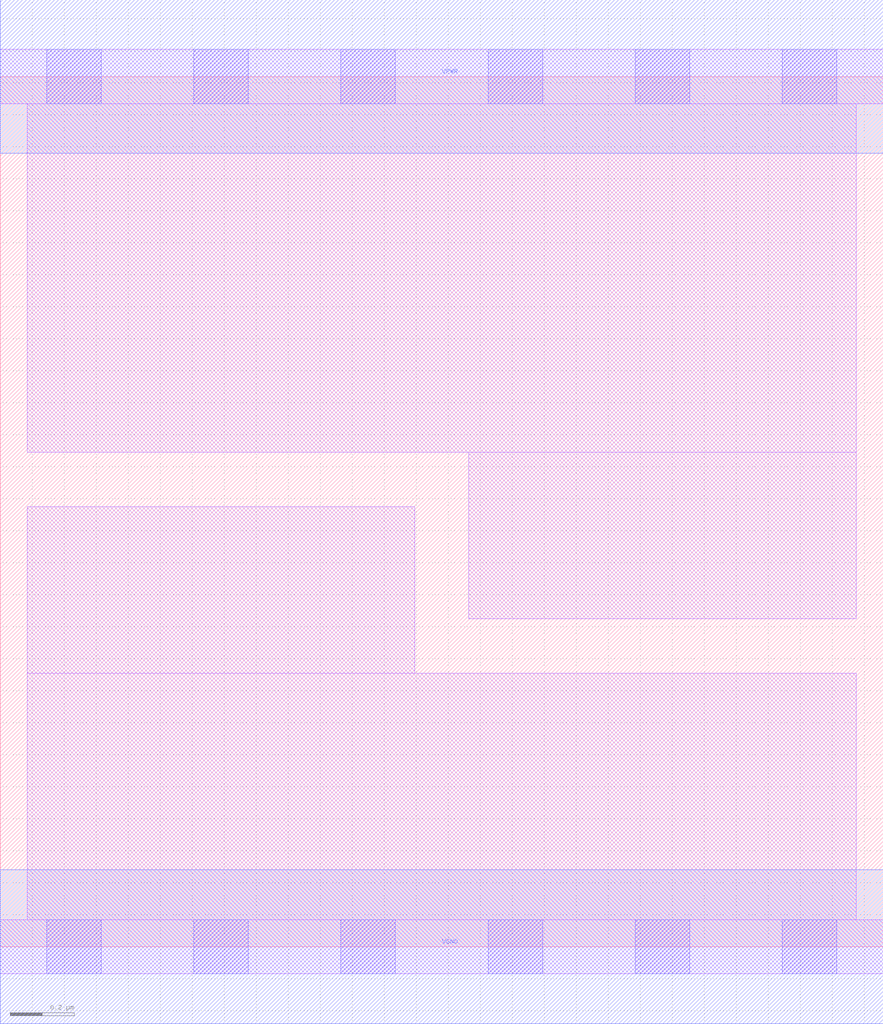
<source format=lef>
# Copyright 2020 The SkyWater PDK Authors
#
# Licensed under the Apache License, Version 2.0 (the "License");
# you may not use this file except in compliance with the License.
# You may obtain a copy of the License at
#
#     https://www.apache.org/licenses/LICENSE-2.0
#
# Unless required by applicable law or agreed to in writing, software
# distributed under the License is distributed on an "AS IS" BASIS,
# WITHOUT WARRANTIES OR CONDITIONS OF ANY KIND, either express or implied.
# See the License for the specific language governing permissions and
# limitations under the License.
#
# SPDX-License-Identifier: Apache-2.0

VERSION 5.7 ;
  NOWIREEXTENSIONATPIN ON ;
  DIVIDERCHAR "/" ;
  BUSBITCHARS "[]" ;
UNITS
  DATABASE MICRONS 200 ;
END UNITS
MACRO sky130_fd_sc_hd__decap_6
  CLASS CORE ;
  FOREIGN sky130_fd_sc_hd__decap_6 ;
  ORIGIN  0.000000  0.000000 ;
  SIZE  2.760000 BY  2.720000 ;
  SYMMETRY X Y R90 ;
  SITE unithd ;
  PIN VGND
    DIRECTION INOUT ;
    SHAPE ABUTMENT ;
    USE GROUND ;
    PORT
      LAYER met1 ;
        RECT 0.000000 -0.240000 2.760000 0.240000 ;
    END
  END VGND
  PIN VPWR
    DIRECTION INOUT ;
    SHAPE ABUTMENT ;
    USE POWER ;
    PORT
      LAYER met1 ;
        RECT 0.000000 2.480000 2.760000 2.960000 ;
    END
  END VPWR
  OBS
    LAYER li1 ;
      RECT 0.000000 -0.085000 2.760000 0.085000 ;
      RECT 0.000000  2.635000 2.760000 2.805000 ;
      RECT 0.085000  0.085000 2.675000 0.855000 ;
      RECT 0.085000  0.855000 1.295000 1.375000 ;
      RECT 0.085000  1.545000 2.675000 2.635000 ;
      RECT 1.465000  1.025000 2.675000 1.545000 ;
    LAYER mcon ;
      RECT 0.145000 -0.085000 0.315000 0.085000 ;
      RECT 0.145000  2.635000 0.315000 2.805000 ;
      RECT 0.605000 -0.085000 0.775000 0.085000 ;
      RECT 0.605000  2.635000 0.775000 2.805000 ;
      RECT 1.065000 -0.085000 1.235000 0.085000 ;
      RECT 1.065000  2.635000 1.235000 2.805000 ;
      RECT 1.525000 -0.085000 1.695000 0.085000 ;
      RECT 1.525000  2.635000 1.695000 2.805000 ;
      RECT 1.985000 -0.085000 2.155000 0.085000 ;
      RECT 1.985000  2.635000 2.155000 2.805000 ;
      RECT 2.445000 -0.085000 2.615000 0.085000 ;
      RECT 2.445000  2.635000 2.615000 2.805000 ;
  END
END sky130_fd_sc_hd__decap_6
END LIBRARY

</source>
